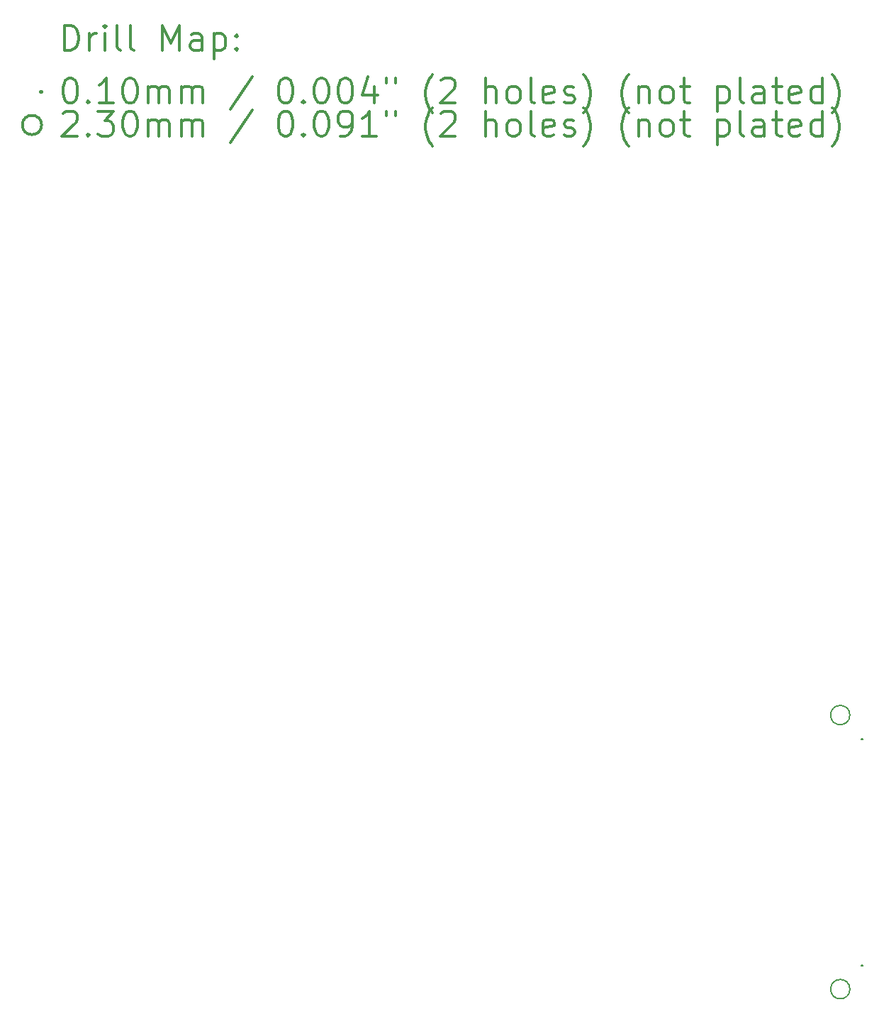
<source format=gbr>
%FSLAX45Y45*%
G04 Gerber Fmt 4.5, Leading zero omitted, Abs format (unit mm)*
G04 Created by KiCad (PCBNEW 4.0.6-e0-6349~53~ubuntu14.04.1) date Thu Nov 23 15:24:11 2017*
%MOMM*%
%LPD*%
G01*
G04 APERTURE LIST*
%ADD10C,0.127000*%
%ADD11C,0.200000*%
%ADD12C,0.300000*%
G04 APERTURE END LIST*
D10*
D11*
X9793700Y-8676300D02*
X9803700Y-8686300D01*
X9803700Y-8676300D02*
X9793700Y-8686300D01*
X9793700Y-11376300D02*
X9803700Y-11386300D01*
X9803700Y-11376300D02*
X9793700Y-11386300D01*
X9653700Y-8396300D02*
G75*
G03X9653700Y-8396300I-115000J0D01*
G01*
X9653700Y-11666300D02*
G75*
G03X9653700Y-11666300I-115000J0D01*
G01*
D12*
X271429Y-465714D02*
X271429Y-165714D01*
X342857Y-165714D01*
X385714Y-180000D01*
X414286Y-208571D01*
X428571Y-237143D01*
X442857Y-294286D01*
X442857Y-337143D01*
X428571Y-394286D01*
X414286Y-422857D01*
X385714Y-451429D01*
X342857Y-465714D01*
X271429Y-465714D01*
X571429Y-465714D02*
X571429Y-265714D01*
X571429Y-322857D02*
X585714Y-294286D01*
X600000Y-280000D01*
X628571Y-265714D01*
X657143Y-265714D01*
X757143Y-465714D02*
X757143Y-265714D01*
X757143Y-165714D02*
X742857Y-180000D01*
X757143Y-194286D01*
X771429Y-180000D01*
X757143Y-165714D01*
X757143Y-194286D01*
X942857Y-465714D02*
X914286Y-451429D01*
X900000Y-422857D01*
X900000Y-165714D01*
X1100000Y-465714D02*
X1071429Y-451429D01*
X1057143Y-422857D01*
X1057143Y-165714D01*
X1442857Y-465714D02*
X1442857Y-165714D01*
X1542857Y-380000D01*
X1642857Y-165714D01*
X1642857Y-465714D01*
X1914286Y-465714D02*
X1914286Y-308571D01*
X1900000Y-280000D01*
X1871429Y-265714D01*
X1814286Y-265714D01*
X1785714Y-280000D01*
X1914286Y-451429D02*
X1885714Y-465714D01*
X1814286Y-465714D01*
X1785714Y-451429D01*
X1771429Y-422857D01*
X1771429Y-394286D01*
X1785714Y-365714D01*
X1814286Y-351429D01*
X1885714Y-351429D01*
X1914286Y-337143D01*
X2057143Y-265714D02*
X2057143Y-565714D01*
X2057143Y-280000D02*
X2085714Y-265714D01*
X2142857Y-265714D01*
X2171429Y-280000D01*
X2185714Y-294286D01*
X2200000Y-322857D01*
X2200000Y-408571D01*
X2185714Y-437143D01*
X2171429Y-451429D01*
X2142857Y-465714D01*
X2085714Y-465714D01*
X2057143Y-451429D01*
X2328572Y-437143D02*
X2342857Y-451429D01*
X2328572Y-465714D01*
X2314286Y-451429D01*
X2328572Y-437143D01*
X2328572Y-465714D01*
X2328572Y-280000D02*
X2342857Y-294286D01*
X2328572Y-308571D01*
X2314286Y-294286D01*
X2328572Y-280000D01*
X2328572Y-308571D01*
X-10000Y-955000D02*
X0Y-965000D01*
X0Y-955000D02*
X-10000Y-965000D01*
X328571Y-795714D02*
X357143Y-795714D01*
X385714Y-810000D01*
X400000Y-824286D01*
X414286Y-852857D01*
X428571Y-910000D01*
X428571Y-981429D01*
X414286Y-1038571D01*
X400000Y-1067143D01*
X385714Y-1081429D01*
X357143Y-1095714D01*
X328571Y-1095714D01*
X300000Y-1081429D01*
X285714Y-1067143D01*
X271429Y-1038571D01*
X257143Y-981429D01*
X257143Y-910000D01*
X271429Y-852857D01*
X285714Y-824286D01*
X300000Y-810000D01*
X328571Y-795714D01*
X557143Y-1067143D02*
X571429Y-1081429D01*
X557143Y-1095714D01*
X542857Y-1081429D01*
X557143Y-1067143D01*
X557143Y-1095714D01*
X857143Y-1095714D02*
X685714Y-1095714D01*
X771428Y-1095714D02*
X771428Y-795714D01*
X742857Y-838571D01*
X714286Y-867143D01*
X685714Y-881429D01*
X1042857Y-795714D02*
X1071429Y-795714D01*
X1100000Y-810000D01*
X1114286Y-824286D01*
X1128571Y-852857D01*
X1142857Y-910000D01*
X1142857Y-981429D01*
X1128571Y-1038571D01*
X1114286Y-1067143D01*
X1100000Y-1081429D01*
X1071429Y-1095714D01*
X1042857Y-1095714D01*
X1014286Y-1081429D01*
X1000000Y-1067143D01*
X985714Y-1038571D01*
X971429Y-981429D01*
X971429Y-910000D01*
X985714Y-852857D01*
X1000000Y-824286D01*
X1014286Y-810000D01*
X1042857Y-795714D01*
X1271429Y-1095714D02*
X1271429Y-895714D01*
X1271429Y-924286D02*
X1285714Y-910000D01*
X1314286Y-895714D01*
X1357143Y-895714D01*
X1385714Y-910000D01*
X1400000Y-938571D01*
X1400000Y-1095714D01*
X1400000Y-938571D02*
X1414286Y-910000D01*
X1442857Y-895714D01*
X1485714Y-895714D01*
X1514286Y-910000D01*
X1528571Y-938571D01*
X1528571Y-1095714D01*
X1671429Y-1095714D02*
X1671429Y-895714D01*
X1671429Y-924286D02*
X1685714Y-910000D01*
X1714286Y-895714D01*
X1757143Y-895714D01*
X1785714Y-910000D01*
X1800000Y-938571D01*
X1800000Y-1095714D01*
X1800000Y-938571D02*
X1814286Y-910000D01*
X1842857Y-895714D01*
X1885714Y-895714D01*
X1914286Y-910000D01*
X1928571Y-938571D01*
X1928571Y-1095714D01*
X2514286Y-781429D02*
X2257143Y-1167143D01*
X2900000Y-795714D02*
X2928571Y-795714D01*
X2957143Y-810000D01*
X2971428Y-824286D01*
X2985714Y-852857D01*
X3000000Y-910000D01*
X3000000Y-981429D01*
X2985714Y-1038571D01*
X2971428Y-1067143D01*
X2957143Y-1081429D01*
X2928571Y-1095714D01*
X2900000Y-1095714D01*
X2871428Y-1081429D01*
X2857143Y-1067143D01*
X2842857Y-1038571D01*
X2828571Y-981429D01*
X2828571Y-910000D01*
X2842857Y-852857D01*
X2857143Y-824286D01*
X2871428Y-810000D01*
X2900000Y-795714D01*
X3128571Y-1067143D02*
X3142857Y-1081429D01*
X3128571Y-1095714D01*
X3114286Y-1081429D01*
X3128571Y-1067143D01*
X3128571Y-1095714D01*
X3328571Y-795714D02*
X3357143Y-795714D01*
X3385714Y-810000D01*
X3400000Y-824286D01*
X3414286Y-852857D01*
X3428571Y-910000D01*
X3428571Y-981429D01*
X3414286Y-1038571D01*
X3400000Y-1067143D01*
X3385714Y-1081429D01*
X3357143Y-1095714D01*
X3328571Y-1095714D01*
X3300000Y-1081429D01*
X3285714Y-1067143D01*
X3271428Y-1038571D01*
X3257143Y-981429D01*
X3257143Y-910000D01*
X3271428Y-852857D01*
X3285714Y-824286D01*
X3300000Y-810000D01*
X3328571Y-795714D01*
X3614286Y-795714D02*
X3642857Y-795714D01*
X3671428Y-810000D01*
X3685714Y-824286D01*
X3700000Y-852857D01*
X3714286Y-910000D01*
X3714286Y-981429D01*
X3700000Y-1038571D01*
X3685714Y-1067143D01*
X3671428Y-1081429D01*
X3642857Y-1095714D01*
X3614286Y-1095714D01*
X3585714Y-1081429D01*
X3571428Y-1067143D01*
X3557143Y-1038571D01*
X3542857Y-981429D01*
X3542857Y-910000D01*
X3557143Y-852857D01*
X3571428Y-824286D01*
X3585714Y-810000D01*
X3614286Y-795714D01*
X3971428Y-895714D02*
X3971428Y-1095714D01*
X3900000Y-781429D02*
X3828571Y-995714D01*
X4014286Y-995714D01*
X4114286Y-795714D02*
X4114286Y-852857D01*
X4228571Y-795714D02*
X4228571Y-852857D01*
X4671429Y-1210000D02*
X4657143Y-1195714D01*
X4628571Y-1152857D01*
X4614286Y-1124286D01*
X4600000Y-1081429D01*
X4585714Y-1010000D01*
X4585714Y-952857D01*
X4600000Y-881429D01*
X4614286Y-838571D01*
X4628571Y-810000D01*
X4657143Y-767143D01*
X4671429Y-752857D01*
X4771429Y-824286D02*
X4785714Y-810000D01*
X4814286Y-795714D01*
X4885714Y-795714D01*
X4914286Y-810000D01*
X4928571Y-824286D01*
X4942857Y-852857D01*
X4942857Y-881429D01*
X4928571Y-924286D01*
X4757143Y-1095714D01*
X4942857Y-1095714D01*
X5300000Y-1095714D02*
X5300000Y-795714D01*
X5428571Y-1095714D02*
X5428571Y-938571D01*
X5414286Y-910000D01*
X5385714Y-895714D01*
X5342857Y-895714D01*
X5314286Y-910000D01*
X5300000Y-924286D01*
X5614286Y-1095714D02*
X5585714Y-1081429D01*
X5571429Y-1067143D01*
X5557143Y-1038571D01*
X5557143Y-952857D01*
X5571429Y-924286D01*
X5585714Y-910000D01*
X5614286Y-895714D01*
X5657143Y-895714D01*
X5685714Y-910000D01*
X5700000Y-924286D01*
X5714286Y-952857D01*
X5714286Y-1038571D01*
X5700000Y-1067143D01*
X5685714Y-1081429D01*
X5657143Y-1095714D01*
X5614286Y-1095714D01*
X5885714Y-1095714D02*
X5857143Y-1081429D01*
X5842857Y-1052857D01*
X5842857Y-795714D01*
X6114286Y-1081429D02*
X6085714Y-1095714D01*
X6028571Y-1095714D01*
X6000000Y-1081429D01*
X5985714Y-1052857D01*
X5985714Y-938571D01*
X6000000Y-910000D01*
X6028571Y-895714D01*
X6085714Y-895714D01*
X6114286Y-910000D01*
X6128571Y-938571D01*
X6128571Y-967143D01*
X5985714Y-995714D01*
X6242857Y-1081429D02*
X6271429Y-1095714D01*
X6328571Y-1095714D01*
X6357143Y-1081429D01*
X6371429Y-1052857D01*
X6371429Y-1038571D01*
X6357143Y-1010000D01*
X6328571Y-995714D01*
X6285714Y-995714D01*
X6257143Y-981429D01*
X6242857Y-952857D01*
X6242857Y-938571D01*
X6257143Y-910000D01*
X6285714Y-895714D01*
X6328571Y-895714D01*
X6357143Y-910000D01*
X6471428Y-1210000D02*
X6485714Y-1195714D01*
X6514286Y-1152857D01*
X6528571Y-1124286D01*
X6542857Y-1081429D01*
X6557143Y-1010000D01*
X6557143Y-952857D01*
X6542857Y-881429D01*
X6528571Y-838571D01*
X6514286Y-810000D01*
X6485714Y-767143D01*
X6471428Y-752857D01*
X7014286Y-1210000D02*
X7000000Y-1195714D01*
X6971428Y-1152857D01*
X6957143Y-1124286D01*
X6942857Y-1081429D01*
X6928571Y-1010000D01*
X6928571Y-952857D01*
X6942857Y-881429D01*
X6957143Y-838571D01*
X6971428Y-810000D01*
X7000000Y-767143D01*
X7014286Y-752857D01*
X7128571Y-895714D02*
X7128571Y-1095714D01*
X7128571Y-924286D02*
X7142857Y-910000D01*
X7171428Y-895714D01*
X7214286Y-895714D01*
X7242857Y-910000D01*
X7257143Y-938571D01*
X7257143Y-1095714D01*
X7442857Y-1095714D02*
X7414286Y-1081429D01*
X7400000Y-1067143D01*
X7385714Y-1038571D01*
X7385714Y-952857D01*
X7400000Y-924286D01*
X7414286Y-910000D01*
X7442857Y-895714D01*
X7485714Y-895714D01*
X7514286Y-910000D01*
X7528571Y-924286D01*
X7542857Y-952857D01*
X7542857Y-1038571D01*
X7528571Y-1067143D01*
X7514286Y-1081429D01*
X7485714Y-1095714D01*
X7442857Y-1095714D01*
X7628571Y-895714D02*
X7742857Y-895714D01*
X7671429Y-795714D02*
X7671429Y-1052857D01*
X7685714Y-1081429D01*
X7714286Y-1095714D01*
X7742857Y-1095714D01*
X8071429Y-895714D02*
X8071429Y-1195714D01*
X8071429Y-910000D02*
X8100000Y-895714D01*
X8157143Y-895714D01*
X8185714Y-910000D01*
X8200000Y-924286D01*
X8214286Y-952857D01*
X8214286Y-1038571D01*
X8200000Y-1067143D01*
X8185714Y-1081429D01*
X8157143Y-1095714D01*
X8100000Y-1095714D01*
X8071429Y-1081429D01*
X8385714Y-1095714D02*
X8357143Y-1081429D01*
X8342857Y-1052857D01*
X8342857Y-795714D01*
X8628572Y-1095714D02*
X8628572Y-938571D01*
X8614286Y-910000D01*
X8585714Y-895714D01*
X8528572Y-895714D01*
X8500000Y-910000D01*
X8628572Y-1081429D02*
X8600000Y-1095714D01*
X8528572Y-1095714D01*
X8500000Y-1081429D01*
X8485714Y-1052857D01*
X8485714Y-1024286D01*
X8500000Y-995714D01*
X8528572Y-981429D01*
X8600000Y-981429D01*
X8628572Y-967143D01*
X8728572Y-895714D02*
X8842857Y-895714D01*
X8771429Y-795714D02*
X8771429Y-1052857D01*
X8785714Y-1081429D01*
X8814286Y-1095714D01*
X8842857Y-1095714D01*
X9057143Y-1081429D02*
X9028572Y-1095714D01*
X8971429Y-1095714D01*
X8942857Y-1081429D01*
X8928572Y-1052857D01*
X8928572Y-938571D01*
X8942857Y-910000D01*
X8971429Y-895714D01*
X9028572Y-895714D01*
X9057143Y-910000D01*
X9071429Y-938571D01*
X9071429Y-967143D01*
X8928572Y-995714D01*
X9328572Y-1095714D02*
X9328572Y-795714D01*
X9328572Y-1081429D02*
X9300000Y-1095714D01*
X9242857Y-1095714D01*
X9214286Y-1081429D01*
X9200000Y-1067143D01*
X9185715Y-1038571D01*
X9185715Y-952857D01*
X9200000Y-924286D01*
X9214286Y-910000D01*
X9242857Y-895714D01*
X9300000Y-895714D01*
X9328572Y-910000D01*
X9442857Y-1210000D02*
X9457143Y-1195714D01*
X9485715Y-1152857D01*
X9500000Y-1124286D01*
X9514286Y-1081429D01*
X9528572Y-1010000D01*
X9528572Y-952857D01*
X9514286Y-881429D01*
X9500000Y-838571D01*
X9485715Y-810000D01*
X9457143Y-767143D01*
X9442857Y-752857D01*
X0Y-1356000D02*
G75*
G03X0Y-1356000I-115000J0D01*
G01*
X257143Y-1220286D02*
X271429Y-1206000D01*
X300000Y-1191714D01*
X371429Y-1191714D01*
X400000Y-1206000D01*
X414286Y-1220286D01*
X428571Y-1248857D01*
X428571Y-1277429D01*
X414286Y-1320286D01*
X242857Y-1491714D01*
X428571Y-1491714D01*
X557143Y-1463143D02*
X571429Y-1477429D01*
X557143Y-1491714D01*
X542857Y-1477429D01*
X557143Y-1463143D01*
X557143Y-1491714D01*
X671429Y-1191714D02*
X857143Y-1191714D01*
X757143Y-1306000D01*
X800000Y-1306000D01*
X828571Y-1320286D01*
X842857Y-1334571D01*
X857143Y-1363143D01*
X857143Y-1434571D01*
X842857Y-1463143D01*
X828571Y-1477429D01*
X800000Y-1491714D01*
X714286Y-1491714D01*
X685714Y-1477429D01*
X671429Y-1463143D01*
X1042857Y-1191714D02*
X1071429Y-1191714D01*
X1100000Y-1206000D01*
X1114286Y-1220286D01*
X1128571Y-1248857D01*
X1142857Y-1306000D01*
X1142857Y-1377429D01*
X1128571Y-1434571D01*
X1114286Y-1463143D01*
X1100000Y-1477429D01*
X1071429Y-1491714D01*
X1042857Y-1491714D01*
X1014286Y-1477429D01*
X1000000Y-1463143D01*
X985714Y-1434571D01*
X971429Y-1377429D01*
X971429Y-1306000D01*
X985714Y-1248857D01*
X1000000Y-1220286D01*
X1014286Y-1206000D01*
X1042857Y-1191714D01*
X1271429Y-1491714D02*
X1271429Y-1291714D01*
X1271429Y-1320286D02*
X1285714Y-1306000D01*
X1314286Y-1291714D01*
X1357143Y-1291714D01*
X1385714Y-1306000D01*
X1400000Y-1334571D01*
X1400000Y-1491714D01*
X1400000Y-1334571D02*
X1414286Y-1306000D01*
X1442857Y-1291714D01*
X1485714Y-1291714D01*
X1514286Y-1306000D01*
X1528571Y-1334571D01*
X1528571Y-1491714D01*
X1671429Y-1491714D02*
X1671429Y-1291714D01*
X1671429Y-1320286D02*
X1685714Y-1306000D01*
X1714286Y-1291714D01*
X1757143Y-1291714D01*
X1785714Y-1306000D01*
X1800000Y-1334571D01*
X1800000Y-1491714D01*
X1800000Y-1334571D02*
X1814286Y-1306000D01*
X1842857Y-1291714D01*
X1885714Y-1291714D01*
X1914286Y-1306000D01*
X1928571Y-1334571D01*
X1928571Y-1491714D01*
X2514286Y-1177429D02*
X2257143Y-1563143D01*
X2900000Y-1191714D02*
X2928571Y-1191714D01*
X2957143Y-1206000D01*
X2971428Y-1220286D01*
X2985714Y-1248857D01*
X3000000Y-1306000D01*
X3000000Y-1377429D01*
X2985714Y-1434571D01*
X2971428Y-1463143D01*
X2957143Y-1477429D01*
X2928571Y-1491714D01*
X2900000Y-1491714D01*
X2871428Y-1477429D01*
X2857143Y-1463143D01*
X2842857Y-1434571D01*
X2828571Y-1377429D01*
X2828571Y-1306000D01*
X2842857Y-1248857D01*
X2857143Y-1220286D01*
X2871428Y-1206000D01*
X2900000Y-1191714D01*
X3128571Y-1463143D02*
X3142857Y-1477429D01*
X3128571Y-1491714D01*
X3114286Y-1477429D01*
X3128571Y-1463143D01*
X3128571Y-1491714D01*
X3328571Y-1191714D02*
X3357143Y-1191714D01*
X3385714Y-1206000D01*
X3400000Y-1220286D01*
X3414286Y-1248857D01*
X3428571Y-1306000D01*
X3428571Y-1377429D01*
X3414286Y-1434571D01*
X3400000Y-1463143D01*
X3385714Y-1477429D01*
X3357143Y-1491714D01*
X3328571Y-1491714D01*
X3300000Y-1477429D01*
X3285714Y-1463143D01*
X3271428Y-1434571D01*
X3257143Y-1377429D01*
X3257143Y-1306000D01*
X3271428Y-1248857D01*
X3285714Y-1220286D01*
X3300000Y-1206000D01*
X3328571Y-1191714D01*
X3571428Y-1491714D02*
X3628571Y-1491714D01*
X3657143Y-1477429D01*
X3671428Y-1463143D01*
X3700000Y-1420286D01*
X3714286Y-1363143D01*
X3714286Y-1248857D01*
X3700000Y-1220286D01*
X3685714Y-1206000D01*
X3657143Y-1191714D01*
X3600000Y-1191714D01*
X3571428Y-1206000D01*
X3557143Y-1220286D01*
X3542857Y-1248857D01*
X3542857Y-1320286D01*
X3557143Y-1348857D01*
X3571428Y-1363143D01*
X3600000Y-1377429D01*
X3657143Y-1377429D01*
X3685714Y-1363143D01*
X3700000Y-1348857D01*
X3714286Y-1320286D01*
X4000000Y-1491714D02*
X3828571Y-1491714D01*
X3914286Y-1491714D02*
X3914286Y-1191714D01*
X3885714Y-1234571D01*
X3857143Y-1263143D01*
X3828571Y-1277429D01*
X4114286Y-1191714D02*
X4114286Y-1248857D01*
X4228571Y-1191714D02*
X4228571Y-1248857D01*
X4671429Y-1606000D02*
X4657143Y-1591714D01*
X4628571Y-1548857D01*
X4614286Y-1520286D01*
X4600000Y-1477429D01*
X4585714Y-1406000D01*
X4585714Y-1348857D01*
X4600000Y-1277429D01*
X4614286Y-1234571D01*
X4628571Y-1206000D01*
X4657143Y-1163143D01*
X4671429Y-1148857D01*
X4771429Y-1220286D02*
X4785714Y-1206000D01*
X4814286Y-1191714D01*
X4885714Y-1191714D01*
X4914286Y-1206000D01*
X4928571Y-1220286D01*
X4942857Y-1248857D01*
X4942857Y-1277429D01*
X4928571Y-1320286D01*
X4757143Y-1491714D01*
X4942857Y-1491714D01*
X5300000Y-1491714D02*
X5300000Y-1191714D01*
X5428571Y-1491714D02*
X5428571Y-1334571D01*
X5414286Y-1306000D01*
X5385714Y-1291714D01*
X5342857Y-1291714D01*
X5314286Y-1306000D01*
X5300000Y-1320286D01*
X5614286Y-1491714D02*
X5585714Y-1477429D01*
X5571429Y-1463143D01*
X5557143Y-1434571D01*
X5557143Y-1348857D01*
X5571429Y-1320286D01*
X5585714Y-1306000D01*
X5614286Y-1291714D01*
X5657143Y-1291714D01*
X5685714Y-1306000D01*
X5700000Y-1320286D01*
X5714286Y-1348857D01*
X5714286Y-1434571D01*
X5700000Y-1463143D01*
X5685714Y-1477429D01*
X5657143Y-1491714D01*
X5614286Y-1491714D01*
X5885714Y-1491714D02*
X5857143Y-1477429D01*
X5842857Y-1448857D01*
X5842857Y-1191714D01*
X6114286Y-1477429D02*
X6085714Y-1491714D01*
X6028571Y-1491714D01*
X6000000Y-1477429D01*
X5985714Y-1448857D01*
X5985714Y-1334571D01*
X6000000Y-1306000D01*
X6028571Y-1291714D01*
X6085714Y-1291714D01*
X6114286Y-1306000D01*
X6128571Y-1334571D01*
X6128571Y-1363143D01*
X5985714Y-1391714D01*
X6242857Y-1477429D02*
X6271429Y-1491714D01*
X6328571Y-1491714D01*
X6357143Y-1477429D01*
X6371429Y-1448857D01*
X6371429Y-1434571D01*
X6357143Y-1406000D01*
X6328571Y-1391714D01*
X6285714Y-1391714D01*
X6257143Y-1377429D01*
X6242857Y-1348857D01*
X6242857Y-1334571D01*
X6257143Y-1306000D01*
X6285714Y-1291714D01*
X6328571Y-1291714D01*
X6357143Y-1306000D01*
X6471428Y-1606000D02*
X6485714Y-1591714D01*
X6514286Y-1548857D01*
X6528571Y-1520286D01*
X6542857Y-1477429D01*
X6557143Y-1406000D01*
X6557143Y-1348857D01*
X6542857Y-1277429D01*
X6528571Y-1234571D01*
X6514286Y-1206000D01*
X6485714Y-1163143D01*
X6471428Y-1148857D01*
X7014286Y-1606000D02*
X7000000Y-1591714D01*
X6971428Y-1548857D01*
X6957143Y-1520286D01*
X6942857Y-1477429D01*
X6928571Y-1406000D01*
X6928571Y-1348857D01*
X6942857Y-1277429D01*
X6957143Y-1234571D01*
X6971428Y-1206000D01*
X7000000Y-1163143D01*
X7014286Y-1148857D01*
X7128571Y-1291714D02*
X7128571Y-1491714D01*
X7128571Y-1320286D02*
X7142857Y-1306000D01*
X7171428Y-1291714D01*
X7214286Y-1291714D01*
X7242857Y-1306000D01*
X7257143Y-1334571D01*
X7257143Y-1491714D01*
X7442857Y-1491714D02*
X7414286Y-1477429D01*
X7400000Y-1463143D01*
X7385714Y-1434571D01*
X7385714Y-1348857D01*
X7400000Y-1320286D01*
X7414286Y-1306000D01*
X7442857Y-1291714D01*
X7485714Y-1291714D01*
X7514286Y-1306000D01*
X7528571Y-1320286D01*
X7542857Y-1348857D01*
X7542857Y-1434571D01*
X7528571Y-1463143D01*
X7514286Y-1477429D01*
X7485714Y-1491714D01*
X7442857Y-1491714D01*
X7628571Y-1291714D02*
X7742857Y-1291714D01*
X7671429Y-1191714D02*
X7671429Y-1448857D01*
X7685714Y-1477429D01*
X7714286Y-1491714D01*
X7742857Y-1491714D01*
X8071429Y-1291714D02*
X8071429Y-1591714D01*
X8071429Y-1306000D02*
X8100000Y-1291714D01*
X8157143Y-1291714D01*
X8185714Y-1306000D01*
X8200000Y-1320286D01*
X8214286Y-1348857D01*
X8214286Y-1434571D01*
X8200000Y-1463143D01*
X8185714Y-1477429D01*
X8157143Y-1491714D01*
X8100000Y-1491714D01*
X8071429Y-1477429D01*
X8385714Y-1491714D02*
X8357143Y-1477429D01*
X8342857Y-1448857D01*
X8342857Y-1191714D01*
X8628572Y-1491714D02*
X8628572Y-1334571D01*
X8614286Y-1306000D01*
X8585714Y-1291714D01*
X8528572Y-1291714D01*
X8500000Y-1306000D01*
X8628572Y-1477429D02*
X8600000Y-1491714D01*
X8528572Y-1491714D01*
X8500000Y-1477429D01*
X8485714Y-1448857D01*
X8485714Y-1420286D01*
X8500000Y-1391714D01*
X8528572Y-1377429D01*
X8600000Y-1377429D01*
X8628572Y-1363143D01*
X8728572Y-1291714D02*
X8842857Y-1291714D01*
X8771429Y-1191714D02*
X8771429Y-1448857D01*
X8785714Y-1477429D01*
X8814286Y-1491714D01*
X8842857Y-1491714D01*
X9057143Y-1477429D02*
X9028572Y-1491714D01*
X8971429Y-1491714D01*
X8942857Y-1477429D01*
X8928572Y-1448857D01*
X8928572Y-1334571D01*
X8942857Y-1306000D01*
X8971429Y-1291714D01*
X9028572Y-1291714D01*
X9057143Y-1306000D01*
X9071429Y-1334571D01*
X9071429Y-1363143D01*
X8928572Y-1391714D01*
X9328572Y-1491714D02*
X9328572Y-1191714D01*
X9328572Y-1477429D02*
X9300000Y-1491714D01*
X9242857Y-1491714D01*
X9214286Y-1477429D01*
X9200000Y-1463143D01*
X9185715Y-1434571D01*
X9185715Y-1348857D01*
X9200000Y-1320286D01*
X9214286Y-1306000D01*
X9242857Y-1291714D01*
X9300000Y-1291714D01*
X9328572Y-1306000D01*
X9442857Y-1606000D02*
X9457143Y-1591714D01*
X9485715Y-1548857D01*
X9500000Y-1520286D01*
X9514286Y-1477429D01*
X9528572Y-1406000D01*
X9528572Y-1348857D01*
X9514286Y-1277429D01*
X9500000Y-1234571D01*
X9485715Y-1206000D01*
X9457143Y-1163143D01*
X9442857Y-1148857D01*
M02*

</source>
